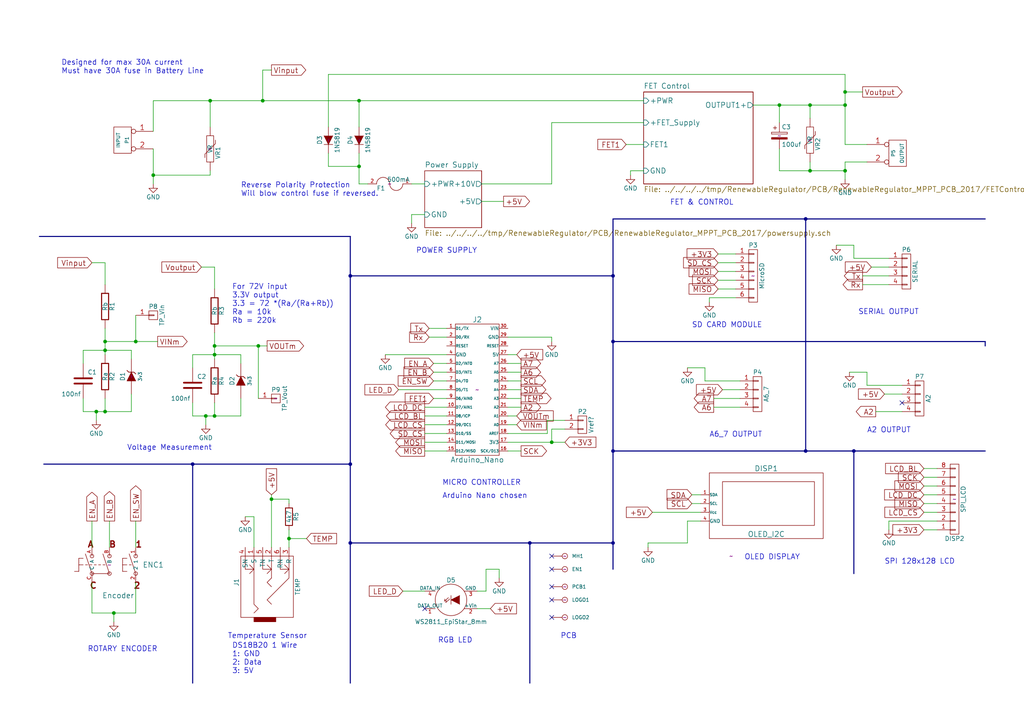
<source format=kicad_sch>
(kicad_sch (version 20230121) (generator eeschema)
  (paper "A4")
  (title_block (title "Renewable Regulator") (date "2017-04-04") (rev "1") (company "RE-Innovation"))
  (lib_symbols
    (symbol "RenewableRegulatorPCB_2017-rescue:Arduino_Nano_Header" (pin_names (offset 0.0254))
      (property "Reference" "J" (at 0 20.32 0))
      (property "Value" "Arduino_Nano_Header" (at 0 -20.32 0))
      (symbol "Arduino_Nano_Header_1_1"
        (pin passive line (at -8.89 17.78 0) (length 2.54) (name "D1/TX") (number "1"))
        (pin passive line (at -8.89 -5.08 0) (length 2.54) (name "D7/AIN1") (number "10"))
        (pin passive line (at -8.89 -7.62 0) (length 2.54) (name "D8/ICP") (number "11"))
        (pin passive line (at -8.89 -10.16 0) (length 2.54) (name "D9/0C1") (number "12"))
        (pin passive line (at -8.89 -12.7 0) (length 2.54) (name "D10/SS") (number "13"))
        (pin passive line (at -8.89 -15.24 0) (length 2.54) (name "D11/MOSI") (number "14"))
        (pin passive line (at -8.89 -17.78 0) (length 2.54) (name "D12/MISO") (number "15"))
        (pin passive line (at 8.89 -17.78 180) (length 2.54) (name "SCK/D13") (number "16"))
        (pin passive line (at 8.89 -15.24 180) (length 2.54) (name "3V3") (number "17"))
        (pin passive line (at 8.89 -12.7 180) (length 2.54) (name "AREF") (number "18"))
        (pin passive line (at 8.89 -10.16 180) (length 2.54) (name "A0") (number "19"))
        (pin passive line (at -8.89 15.24 0) (length 2.54) (name "D0/RX") (number "2"))
        (pin passive line (at 8.89 -7.62 180) (length 2.54) (name "A1") (number "20"))
        (pin passive line (at 8.89 -5.08 180) (length 2.54) (name "A2") (number "21"))
        (pin passive line (at 8.89 -2.54 180) (length 2.54) (name "A3") (number "22"))
        (pin passive line (at 8.89 0 180) (length 2.54) (name "A4") (number "23"))
        (pin passive line (at 8.89 2.54 180) (length 2.54) (name "A5") (number "24"))
        (pin passive line (at 8.89 5.08 180) (length 2.54) (name "A6") (number "25"))
        (pin passive line (at 8.89 7.62 180) (length 2.54) (name "A7") (number "26"))
        (pin passive line (at 8.89 10.16 180) (length 2.54) (name "5V") (number "27"))
        (pin passive line (at 8.89 12.7 180) (length 2.54) (name "RESET") (number "28"))
        (pin passive line (at 8.89 15.24 180) (length 2.54) (name "GND") (number "29"))
        (pin passive line (at -8.89 12.7 0) (length 2.54) (name "RESET") (number "3"))
        (pin passive line (at 8.89 17.78 180) (length 2.54) (name "VIN") (number "30"))
        (pin passive line (at -8.89 10.16 0) (length 2.54) (name "GND") (number "4"))
        (pin passive line (at -8.89 7.62 0) (length 2.54) (name "D2/INT0") (number "5"))
        (pin passive line (at -8.89 5.08 0) (length 2.54) (name "D3/INT1") (number "6"))
        (pin passive line (at -8.89 2.54 0) (length 2.54) (name "D4/T0") (number "7"))
        (pin passive line (at -8.89 0 0) (length 2.54) (name "D5/T1") (number "8"))
        (pin passive line (at -8.89 -2.54 0) (length 2.54) (name "D6/AIN0") (number "9"))
      )
    )
    (symbol "RenewableRegulatorPCB_2017-rescue:C-RESCUE-RenewableRegulatorPCB_2017" (pin_numbers hide) (pin_names (offset 0.254))
      (property "Reference" "C" (at 1.27 2.54 0))
      (property "Value" "C-RESCUE-RenewableRegulatorPCB_2017" (at 1.27 -2.54 0))
      (symbol "C-RESCUE-RenewableRegulatorPCB_2017_1_1"
        (pin passive line (at 0 5.08 270) (length 4.318) (name "~") (number "1"))
        (pin passive line (at 0 -5.08 90) (length 4.318) (name "~") (number "2"))
      )
    )
    (symbol "RenewableRegulatorPCB_2017-rescue:CONN_01X01" (pin_names (offset 1.016) hide)
      (property "Reference" "P" (at 0 2.54 0))
      (property "Value" "CONN_01X01" (at 2.54 0 90))
      (symbol "CONN_01X01_1_1"
        (pin passive line (at -5.08 0 0) (length 3.81) (name "P1") (number "1"))
      )
    )
    (symbol "RenewableRegulatorPCB_2017-rescue:CONN_01X02" (pin_names (offset 1.016) hide)
      (property "Reference" "P" (at 0 3.81 0))
      (property "Value" "CONN_01X02" (at 2.54 0 90))
      (symbol "CONN_01X02_1_1"
        (pin passive line (at -5.08 1.27 0) (length 3.81) (name "P1") (number "1"))
        (pin passive line (at -5.08 -1.27 0) (length 3.81) (name "P2") (number "2"))
      )
    )
    (symbol "RenewableRegulatorPCB_2017-rescue:CONN_01X04" (pin_names (offset 1.016) hide)
      (property "Reference" "P" (at 0 6.35 0))
      (property "Value" "CONN_01X04" (at 2.54 0 90))
      (symbol "CONN_01X04_1_1"
        (pin passive line (at -5.08 3.81 0) (length 3.81) (name "P1") (number "1"))
        (pin passive line (at -5.08 1.27 0) (length 3.81) (name "P2") (number "2"))
        (pin passive line (at -5.08 -1.27 0) (length 3.81) (name "P3") (number "3"))
        (pin passive line (at -5.08 -3.81 0) (length 3.81) (name "P4") (number "4"))
      )
    )
    (symbol "RenewableRegulatorPCB_2017-rescue:CONN_01X06" (pin_names (offset 1.016) hide)
      (property "Reference" "P" (at 0 8.89 0))
      (property "Value" "CONN_01X06" (at 2.54 0 90))
      (symbol "CONN_01X06_1_1"
        (pin passive line (at -5.08 6.35 0) (length 3.81) (name "P1") (number "1"))
        (pin passive line (at -5.08 3.81 0) (length 3.81) (name "P2") (number "2"))
        (pin passive line (at -5.08 1.27 0) (length 3.81) (name "P3") (number "3"))
        (pin passive line (at -5.08 -1.27 0) (length 3.81) (name "P4") (number "4"))
        (pin passive line (at -5.08 -3.81 0) (length 3.81) (name "P5") (number "5"))
        (pin passive line (at -5.08 -6.35 0) (length 3.81) (name "P6") (number "6"))
      )
    )
    (symbol "RenewableRegulatorPCB_2017-rescue:CONN_01X08" (pin_names (offset 1.016) hide)
      (property "Reference" "P" (at 0 11.43 0))
      (property "Value" "CONN_01X08" (at 2.54 0 90))
      (symbol "CONN_01X08_1_1"
        (pin passive line (at -5.08 8.89 0) (length 3.81) (name "P1") (number "1"))
        (pin passive line (at -5.08 6.35 0) (length 3.81) (name "P2") (number "2"))
        (pin passive line (at -5.08 3.81 0) (length 3.81) (name "P3") (number "3"))
        (pin passive line (at -5.08 1.27 0) (length 3.81) (name "P4") (number "4"))
        (pin passive line (at -5.08 -1.27 0) (length 3.81) (name "P5") (number "5"))
        (pin passive line (at -5.08 -3.81 0) (length 3.81) (name "P6") (number "6"))
        (pin passive line (at -5.08 -6.35 0) (length 3.81) (name "P7") (number "7"))
        (pin passive line (at -5.08 -8.89 0) (length 3.81) (name "P8") (number "8"))
      )
    )
    (symbol "RenewableRegulatorPCB_2017-rescue:CONN_2-RESCUE-RenewableRegulatorPCB_2017" (pin_names (offset 1.016) hide)
      (property "Reference" "P" (at -1.27 0 90))
      (property "Value" "CONN_2-RESCUE-RenewableRegulatorPCB_2017" (at 1.27 0 90))
      (symbol "CONN_2-RESCUE-RenewableRegulatorPCB_2017_1_1"
        (pin passive inverted (at -8.89 2.54 0) (length 6.35) (name "1") (number "1"))
        (pin passive inverted (at -8.89 -2.54 0) (length 6.35) (name "2") (number "2"))
      )
    )
    (symbol "RenewableRegulatorPCB_2017-rescue:CP" (pin_numbers hide) (pin_names (offset 0.254))
      (property "Reference" "C" (at 0.635 2.54 0))
      (property "Value" "CP" (at 0.635 -2.54 0))
      (symbol "CP_1_1"
        (pin passive line (at 0 3.81 270) (length 2.794) (name "~") (number "1"))
        (pin passive line (at 0 -3.81 90) (length 2.794) (name "~") (number "2"))
      )
    )
    (symbol "RenewableRegulatorPCB_2017-rescue:D" (pin_numbers hide) (pin_names (offset 1.016) hide)
      (property "Reference" "D" (at 0 2.54 0))
      (property "Value" "D" (at 0 -2.54 0))
      (symbol "D_1_1"
        (pin passive line (at -3.81 0 0) (length 2.54) (name "K") (number "1"))
        (pin passive line (at 3.81 0 180) (length 2.54) (name "A") (number "2"))
      )
    )
    (symbol "RenewableRegulatorPCB_2017-rescue:Encoder_1" (pin_names (offset 1.016))
      (property "Reference" "ENC" (at 0 8.89 0))
      (property "Value" "Encoder_1" (at 2.54 -8.89 0))
      (symbol "Encoder_1_1_0"
        (text "1" (at 8.509 5.969 0) (effects (font (size 1.778 1.778) bold)))
        (text "2" (at 8.001 -5.969 0) (effects (font (size 1.778 1.778) bold)))
        (text "A" (at -5.461 5.969 0) (effects (font (size 1.778 1.778) bold)))
        (text "B" (at 0.889 5.969 0) (effects (font (size 1.778 1.778) bold)))
        (text "C" (at -4.699 -5.969 0) (effects (font (size 1.778 1.778) bold)))
      )
      (symbol "Encoder_1_1_1"
        (pin passive line (at 7.62 5.08 270) (length 2.54) (name "1") (number "1"))
        (pin passive line (at 7.62 -5.08 90) (length 2.54) (name "2") (number "2"))
        (pin passive line (at -5.08 5.08 270) (length 2.54) (name "A") (number "A"))
        (pin passive line (at 0 5.08 270) (length 2.54) (name "B") (number "B"))
        (pin passive line (at -5.08 -5.08 90) (length 2.54) (name "C") (number "C"))
      )
    )
    (symbol "RenewableRegulatorPCB_2017-rescue:FUSE" (pin_names (offset 0.254))
      (property "Reference" "F" (at 2.54 1.27 0))
      (property "Value" "FUSE" (at -2.54 -1.27 0))
      (symbol "FUSE_1_1"
        (pin input line (at -6.35 0 0) (length 2.54) (name "~") (number "1"))
        (pin input line (at 6.35 0 180) (length 2.54) (name "~") (number "2"))
      )
    )
    (symbol "RenewableRegulatorPCB_2017-rescue:GND" (power) (pin_names (offset 0))
      (property "Value" "GND" (at 0 -3.81 0))
      (symbol "GND_1_1"
        (pin power_in line (at 0 0 270) (length 0) hide (name "GND") (number "1"))
      )
    )
    (symbol "RenewableRegulatorPCB_2017-rescue:JACK_TRS_6PINS" (pin_names (offset 0.762))
      (property "Reference" "J" (at 0 10.16 0))
      (property "Value" "JACK_TRS_6PINS" (at -1.27 -7.62 0))
      (symbol "JACK_TRS_6PINS_1_1"
        (pin passive line (at 10.16 5.08 180) (length 2.54) (name "S") (number "1"))
        (pin passive line (at 10.16 0 180) (length 2.54) (name "T") (number "2"))
        (pin passive line (at 10.16 -5.08 180) (length 2.54) (name "R") (number "3"))
        (pin passive line (at 10.16 7.62 180) (length 2.54) (name "SN") (number "4"))
        (pin passive line (at 10.16 2.54 180) (length 2.54) (name "TN") (number "5"))
        (pin passive line (at 10.16 -2.54 180) (length 2.54) (name "RN") (number "6"))
      )
    )
    (symbol "RenewableRegulatorPCB_2017-rescue:OLED_I2C" (pin_names (offset 0.0254))
      (property "Reference" "DISP" (at 10.16 25.4 0))
      (property "Value" "OLED_I2C" (at 10.16 6.35 0))
      (symbol "OLED_I2C_1_1"
        (pin passive line (at -8.89 17.78 0) (length 2.54) (name "SDA") (number "1"))
        (pin passive line (at -8.89 15.24 0) (length 2.54) (name "SCL") (number "2"))
        (pin passive line (at -8.89 12.7 0) (length 2.54) (name "Vcc") (number "3"))
        (pin passive line (at -8.89 10.16 0) (length 2.54) (name "GND") (number "4"))
      )
    )
    (symbol "RenewableRegulatorPCB_2017-rescue:R" (pin_numbers hide) (pin_names (offset 0))
      (property "Reference" "R" (at 2.032 0 90))
      (property "Value" "R" (at 0 0 90))
      (symbol "R_1_1"
        (pin passive line (at 0 3.81 270) (length 1.27) (name "~") (number "1"))
        (pin passive line (at 0 -3.81 90) (length 1.27) (name "~") (number "2"))
      )
    )
    (symbol "RenewableRegulatorPCB_2017-rescue:R-RESCUE-RenewableRegulatorPCB_2017" (pin_numbers hide) (pin_names (offset 0))
      (property "Reference" "R" (at 2.032 0 90))
      (property "Value" "R-RESCUE-RenewableRegulatorPCB_2017" (at 0 0 90))
      (symbol "R-RESCUE-RenewableRegulatorPCB_2017_1_1"
        (pin passive line (at 0 6.35 270) (length 2.54) (name "~") (number "1"))
        (pin passive line (at 0 -6.35 90) (length 2.54) (name "~") (number "2"))
      )
    )
    (symbol "RenewableRegulatorPCB_2017-rescue:WS2811_EpiStar_8mm" (pin_names (offset 0))
      (property "Reference" "D" (at 0 5.715 0))
      (property "Value" "WS2811_EpiStar_8mm" (at 0 -6.35 0))
      (symbol "WS2811_EpiStar_8mm_1_1"
        (pin output line (at -7.62 -2.54 0) (length 3.048) (name "DATA_OUT") (number "1"))
        (pin input line (at 7.62 -2.54 180) (length 3.81) (name "+Vin") (number "2"))
        (pin input line (at 7.62 2.54 180) (length 3.81) (name "GND") (number "3"))
        (pin input line (at -7.62 2.54 0) (length 3.048) (name "DATA_IN") (number "4"))
      )
    )
    (symbol "RenewableRegulatorPCB_2017-rescue:ZENER-RESCUE-RenewableRegulatorPCB_2017" (pin_numbers hide) (pin_names (offset 1.016) hide)
      (property "Reference" "D" (at 0 2.54 0))
      (property "Value" "ZENER-RESCUE-RenewableRegulatorPCB_2017" (at 0 -2.54 0))
      (symbol "ZENER-RESCUE-RenewableRegulatorPCB_2017_1_1"
        (pin passive line (at -5.08 0 0) (length 3.81) (name "A") (number "1"))
        (pin passive line (at 5.08 0 180) (length 3.81) (name "K") (number "2"))
      )
    )
    (symbol "RenewableRegulatorPCB_2017:CONN_1" (pin_numbers hide) (pin_names (offset 0.762) hide)
      (property "Reference" "P" (at 2.032 0 0))
      (symbol "CONN_1_1_1"
        (pin passive line (at -3.81 0 0) (length 2.54) (name "1") (number "1"))
      )
    )
    (symbol "RenewableRegulatorPCB_2017:VR" (pin_numbers hide) (pin_names (offset 0))
      (property "Reference" "VR" (at 2.032 0 90))
      (property "Value" "VR" (at 0 0 90))
      (symbol "VR_1_1"
        (pin passive line (at 0 6.35 270) (length 2.54) (name "~") (number "1"))
        (pin passive line (at 0 -6.35 90) (length 2.54) (name "~") (number "2"))
      )
    )
  )
  (junction (at 60.96 29.21))
  (junction (at 27.94 119.38))
  (junction (at 245.11 26.67))
  (junction (at 177.8 99.06))
  (junction (at 55.88 134.62))
  (junction (at 62.23 100.33))
  (junction (at 78.74 144.78))
  (junction (at 83.82 156.21))
  (junction (at 245.11 49.53))
  (junction (at 62.23 102.87))
  (junction (at 233.68 63.5))
  (junction (at 74.93 100.33))
  (junction (at 234.95 49.53))
  (junction (at 101.6 134.62))
  (junction (at 30.48 101.6))
  (junction (at 59.69 120.65))
  (junction (at 101.6 80.01))
  (junction (at 160.02 128.27))
  (junction (at 104.14 48.26))
  (junction (at 30.48 99.06))
  (junction (at 245.11 30.48))
  (junction (at 76.2 29.21))
  (junction (at 39.37 99.06))
  (junction (at 177.8 157.48))
  (junction (at 247.65 130.81))
  (junction (at 30.48 119.38))
  (junction (at 226.06 30.48))
  (junction (at 153.67 157.48))
  (junction (at 234.95 30.48))
  (junction (at 233.68 130.81))
  (junction (at 177.8 130.81))
  (junction (at 104.14 29.21))
  (junction (at 62.23 120.65))
  (junction (at 101.6 157.48))
  (junction (at 33.02 177.8))
  (junction (at 177.8 80.01))
  (junction (at 44.45 50.8))
  (no_connect (at 160.02 170.18))
  (no_connect (at 160.02 161.29))
  (no_connect (at 160.02 165.1))
  (no_connect (at 123.19 176.53))
  (no_connect (at 160.02 179.07))
  (no_connect (at 160.02 173.99))
  (no_connect (at 261.62 116.84))
  (wire (pts (xy 104.14 48.26) (xy 104.14 53.34)))
  (wire (pts (xy 30.48 119.38) (xy 38.1 119.38)))
  (bus (pts (xy 177.8 130.81) (xy 177.8 157.48)))
  (wire (pts (xy 95.25 44.45) (xy 95.25 48.26)))
  (wire (pts (xy 204.47 106.68) (xy 199.39 106.68)))
  (wire (pts (xy 62.23 100.33) (xy 62.23 102.87)))
  (wire (pts (xy 104.14 29.21) (xy 186.69 29.21)))
  (wire (pts (xy 83.82 156.21) (xy 83.82 153.67)))
  (wire (pts (xy 226.06 43.18) (xy 226.06 49.53)))
  (wire (pts (xy 208.28 73.66) (xy 213.36 73.66)))
  (wire (pts (xy 140.97 165.1) (xy 144.78 165.1)))
  (wire (pts (xy 245.11 26.67) (xy 245.11 30.48)))
  (wire (pts (xy 125.73 115.57) (xy 129.54 115.57)))
  (wire (pts (xy 83.82 144.78) (xy 78.74 144.78)))
  (bus (pts (xy 233.68 63.5) (xy 285.75 63.5)))
  (bus (pts (xy 233.68 130.81) (xy 233.68 63.5)))
  (bus (pts (xy 177.8 99.06) (xy 285.75 99.06)))
  (wire (pts (xy 267.97 146.05) (xy 271.78 146.05)))
  (wire (pts (xy 257.81 82.55) (xy 250.19 82.55)))
  (bus (pts (xy 101.6 80.01) (xy 101.6 134.62)))
  (wire (pts (xy 30.48 99.06) (xy 30.48 101.6)))
  (wire (pts (xy 267.97 140.97) (xy 271.78 140.97)))
  (wire (pts (xy 26.67 168.91) (xy 26.67 177.8)))
  (wire (pts (xy 60.96 29.21) (xy 76.2 29.21)))
  (wire (pts (xy 62.23 102.87) (xy 69.85 102.87)))
  (bus (pts (xy 101.6 157.48) (xy 153.67 157.48)))
  (wire (pts (xy 257.81 74.93) (xy 247.65 74.93)))
  (wire (pts (xy 261.62 111.76) (xy 251.46 111.76)))
  (wire (pts (xy 140.97 171.45) (xy 140.97 165.1)))
  (wire (pts (xy 39.37 91.44) (xy 39.37 99.06)))
  (bus (pts (xy 177.8 157.48) (xy 177.8 165.1)))
  (wire (pts (xy 59.69 120.65) (xy 62.23 120.65)))
  (wire (pts (xy 55.88 102.87) (xy 62.23 102.87)))
  (wire (pts (xy 124.46 97.79) (xy 129.54 97.79)))
  (wire (pts (xy 123.19 125.73) (xy 129.54 125.73)))
  (wire (pts (xy 125.73 105.41) (xy 129.54 105.41)))
  (wire (pts (xy 60.96 50.8) (xy 60.96 49.53)))
  (wire (pts (xy 78.74 144.78) (xy 78.74 158.75)))
  (bus (pts (xy 177.8 63.5) (xy 233.68 63.5)))
  (wire (pts (xy 138.43 176.53) (xy 142.24 176.53)))
  (wire (pts (xy 44.45 50.8) (xy 44.45 53.34)))
  (wire (pts (xy 200.66 146.05) (xy 203.2 146.05)))
  (wire (pts (xy 26.67 76.2) (xy 30.48 76.2)))
  (wire (pts (xy 27.94 121.92) (xy 27.94 119.38)))
  (wire (pts (xy 116.84 171.45) (xy 123.19 171.45)))
  (wire (pts (xy 271.78 153.67) (xy 267.97 153.67)))
  (wire (pts (xy 181.61 41.91) (xy 186.69 41.91)))
  (wire (pts (xy 158.75 121.92) (xy 163.83 121.92)))
  (wire (pts (xy 209.55 113.03) (xy 214.63 113.03)))
  (wire (pts (xy 123.19 62.23) (xy 119.38 62.23)))
  (wire (pts (xy 257.81 151.13) (xy 257.81 153.67)))
  (wire (pts (xy 245.11 49.53) (xy 245.11 46.99)))
  (wire (pts (xy 24.13 119.38) (xy 24.13 115.57)))
  (wire (pts (xy 104.14 44.45) (xy 104.14 48.26)))
  (wire (pts (xy 200.66 143.51) (xy 203.2 143.51)))
  (wire (pts (xy 62.23 96.52) (xy 62.23 100.33)))
  (bus (pts (xy 177.8 63.5) (xy 177.8 80.01)))
  (wire (pts (xy 182.88 49.53) (xy 182.88 50.8)))
  (wire (pts (xy 58.42 77.47) (xy 62.23 77.47)))
  (bus (pts (xy 55.88 134.62) (xy 55.88 198.12)))
  (wire (pts (xy 158.75 125.73) (xy 158.75 121.92)))
  (wire (pts (xy 147.32 107.95) (xy 151.13 107.95)))
  (wire (pts (xy 149.86 120.65) (xy 147.32 120.65)))
  (wire (pts (xy 189.23 148.59) (xy 203.2 148.59)))
  (wire (pts (xy 60.96 50.8) (xy 44.45 50.8)))
  (wire (pts (xy 208.28 81.28) (xy 213.36 81.28)))
  (wire (pts (xy 62.23 100.33) (xy 74.93 100.33)))
  (wire (pts (xy 26.67 158.75) (xy 26.67 151.13)))
  (wire (pts (xy 76.2 29.21) (xy 104.14 29.21)))
  (wire (pts (xy 123.19 128.27) (xy 129.54 128.27)))
  (wire (pts (xy 252.73 77.47) (xy 257.81 77.47)))
  (bus (pts (xy 55.88 134.62) (xy 101.6 134.62)))
  (bus (pts (xy 101.6 134.62) (xy 101.6 157.48)))
  (wire (pts (xy 139.7 58.42) (xy 146.05 58.42)))
  (wire (pts (xy 187.96 157.48) (xy 199.39 157.48)))
  (wire (pts (xy 207.01 115.57) (xy 214.63 115.57)))
  (wire (pts (xy 73.66 149.86) (xy 73.66 158.75)))
  (wire (pts (xy 144.78 165.1) (xy 144.78 167.64)))
  (wire (pts (xy 147.32 102.87) (xy 149.86 102.87)))
  (wire (pts (xy 74.93 115.57) (xy 74.93 100.33)))
  (wire (pts (xy 160.02 128.27) (xy 147.32 128.27)))
  (wire (pts (xy 30.48 99.06) (xy 39.37 99.06)))
  (wire (pts (xy 26.67 177.8) (xy 33.02 177.8)))
  (bus (pts (xy 153.67 157.48) (xy 153.67 198.12)))
  (wire (pts (xy 199.39 157.48) (xy 199.39 151.13)))
  (bus (pts (xy 247.65 130.81) (xy 285.75 130.81)))
  (bus (pts (xy 12.7 134.62) (xy 55.88 134.62)))
  (wire (pts (xy 160.02 124.46) (xy 160.02 128.27)))
  (wire (pts (xy 38.1 119.38) (xy 38.1 114.3)))
  (wire (pts (xy 267.97 148.59) (xy 271.78 148.59)))
  (wire (pts (xy 78.74 143.51) (xy 78.74 144.78)))
  (wire (pts (xy 160.02 97.79) (xy 160.02 99.06)))
  (wire (pts (xy 245.11 41.91) (xy 251.46 41.91)))
  (wire (pts (xy 214.63 118.11) (xy 207.01 118.11)))
  (wire (pts (xy 95.25 36.83) (xy 95.25 21.59)))
  (wire (pts (xy 187.96 158.75) (xy 187.96 157.48)))
  (wire (pts (xy 104.14 53.34) (xy 106.68 53.34)))
  (wire (pts (xy 234.95 34.29) (xy 234.95 30.48)))
  (wire (pts (xy 39.37 177.8) (xy 39.37 168.91)))
  (wire (pts (xy 123.19 130.81) (xy 129.54 130.81)))
  (wire (pts (xy 129.54 118.11) (xy 123.19 118.11)))
  (wire (pts (xy 76.2 20.32) (xy 76.2 29.21)))
  (wire (pts (xy 83.82 156.21) (xy 88.9 156.21)))
  (wire (pts (xy 104.14 36.83) (xy 104.14 29.21)))
  (wire (pts (xy 138.43 171.45) (xy 140.97 171.45)))
  (wire (pts (xy 226.06 49.53) (xy 234.95 49.53)))
  (wire (pts (xy 234.95 30.48) (xy 245.11 30.48)))
  (wire (pts (xy 33.02 177.8) (xy 39.37 177.8)))
  (bus (pts (xy 177.8 80.01) (xy 177.8 99.06)))
  (wire (pts (xy 95.25 48.26) (xy 104.14 48.26)))
  (wire (pts (xy 30.48 119.38) (xy 30.48 115.57)))
  (wire (pts (xy 267.97 138.43) (xy 271.78 138.43)))
  (wire (pts (xy 83.82 158.75) (xy 83.82 156.21)))
  (wire (pts (xy 251.46 111.76) (xy 251.46 107.95)))
  (wire (pts (xy 147.32 110.49) (xy 151.13 110.49)))
  (wire (pts (xy 71.12 149.86) (xy 73.66 149.86)))
  (wire (pts (xy 30.48 76.2) (xy 30.48 82.55)))
  (wire (pts (xy 30.48 101.6) (xy 38.1 101.6)))
  (wire (pts (xy 60.96 36.83) (xy 60.96 29.21)))
  (wire (pts (xy 62.23 77.47) (xy 62.23 83.82)))
  (wire (pts (xy 74.93 100.33) (xy 77.47 100.33)))
  (wire (pts (xy 55.88 120.65) (xy 59.69 120.65)))
  (wire (pts (xy 55.88 120.65) (xy 55.88 116.84)))
  (wire (pts (xy 24.13 119.38) (xy 27.94 119.38)))
  (wire (pts (xy 147.32 118.11) (xy 151.13 118.11)))
  (wire (pts (xy 38.1 101.6) (xy 38.1 104.14)))
  (wire (pts (xy 59.69 123.19) (xy 59.69 120.65)))
  (bus (pts (xy 153.67 157.48) (xy 177.8 157.48)))
  (wire (pts (xy 247.65 74.93) (xy 247.65 71.12)))
  (wire (pts (xy 261.62 119.38) (xy 254 119.38)))
  (wire (pts (xy 44.45 38.1) (xy 44.45 29.21)))
  (wire (pts (xy 213.36 86.36) (xy 205.74 86.36)))
  (wire (pts (xy 39.37 99.06) (xy 45.72 99.06)))
  (wire (pts (xy 123.19 123.19) (xy 129.54 123.19)))
  (wire (pts (xy 62.23 102.87) (xy 62.23 104.14)))
  (wire (pts (xy 163.83 124.46) (xy 160.02 124.46)))
  (wire (pts (xy 30.48 101.6) (xy 30.48 102.87)))
  (wire (pts (xy 115.57 113.03) (xy 129.54 113.03)))
  (wire (pts (xy 147.32 115.57) (xy 151.13 115.57)))
  (wire (pts (xy 245.11 52.07) (xy 245.11 49.53)))
  (wire (pts (xy 186.69 49.53) (xy 182.88 49.53)))
  (wire (pts (xy 214.63 110.49) (xy 204.47 110.49)))
  (wire (pts (xy 271.78 151.13) (xy 257.81 151.13)))
  (wire (pts (xy 245.11 21.59) (xy 245.11 26.67)))
  (wire (pts (xy 250.19 26.67) (xy 245.11 26.67)))
  (wire (pts (xy 62.23 120.65) (xy 62.23 116.84)))
  (wire (pts (xy 62.23 120.65) (xy 69.85 120.65)))
  (wire (pts (xy 24.13 105.41) (xy 24.13 101.6)))
  (wire (pts (xy 147.32 125.73) (xy 158.75 125.73)))
  (wire (pts (xy 55.88 106.68) (xy 55.88 102.87)))
  (wire (pts (xy 125.73 107.95) (xy 129.54 107.95)))
  (wire (pts (xy 250.19 80.01) (xy 257.81 80.01)))
  (wire (pts (xy 160.02 35.56) (xy 186.69 35.56)))
  (wire (pts (xy 199.39 151.13) (xy 203.2 151.13)))
  (wire (pts (xy 119.38 53.34) (xy 123.19 53.34)))
  (wire (pts (xy 234.95 46.99) (xy 234.95 49.53)))
  (wire (pts (xy 256.54 114.3) (xy 261.62 114.3)))
  (wire (pts (xy 245.11 46.99) (xy 251.46 46.99)))
  (bus (pts (xy 247.65 166.37) (xy 247.65 130.81)))
  (wire (pts (xy 147.32 113.03) (xy 151.13 113.03)))
  (wire (pts (xy 147.32 123.19) (xy 149.86 123.19)))
  (wire (pts (xy 147.32 105.41) (xy 151.13 105.41)))
  (wire (pts (xy 208.28 83.82) (xy 213.36 83.82)))
  (wire (pts (xy 129.54 120.65) (xy 123.19 120.65)))
  (wire (pts (xy 139.7 53.34) (xy 160.02 53.34)))
  (wire (pts (xy 208.28 78.74) (xy 213.36 78.74)))
  (wire (pts (xy 267.97 135.89) (xy 271.78 135.89)))
  (wire (pts (xy 267.97 143.51) (xy 271.78 143.51)))
  (bus (pts (xy 101.6 157.48) (xy 101.6 198.12)))
  (wire (pts (xy 124.46 95.25) (xy 129.54 95.25)))
  (bus (pts (xy 101.6 68.58) (xy 101.6 80.01)))
  (wire (pts (xy 30.48 95.25) (xy 30.48 99.06)))
  (wire (pts (xy 205.74 86.36) (xy 205.74 87.63)))
  (bus (pts (xy 177.8 99.06) (xy 177.8 130.81)))
  (wire (pts (xy 234.95 49.53) (xy 245.11 49.53)))
  (wire (pts (xy 44.45 43.18) (xy 44.45 50.8)))
  (wire (pts (xy 247.65 71.12) (xy 242.57 71.12)))
  (wire (pts (xy 31.75 158.75) (xy 31.75 151.13)))
  (wire (pts (xy 147.32 97.79) (xy 160.02 97.79)))
  (wire (pts (xy 245.11 30.48) (xy 245.11 41.91)))
  (wire (pts (xy 251.46 107.95) (xy 246.38 107.95)))
  (wire (pts (xy 125.73 110.49) (xy 129.54 110.49)))
  (wire (pts (xy 218.44 30.48) (xy 226.06 30.48)))
  (bus (pts (xy 285.75 99.06) (xy 285.75 100.33)))
  (wire (pts (xy 39.37 158.75) (xy 39.37 151.13)))
  (wire (pts (xy 69.85 102.87) (xy 69.85 105.41)))
  (wire (pts (xy 163.83 128.27) (xy 160.02 128.27)))
  (wire (pts (xy 208.28 76.2) (xy 213.36 76.2)))
  (bus (pts (xy 177.8 130.81) (xy 233.68 130.81)))
  (wire (pts (xy 24.13 101.6) (xy 30.48 101.6)))
  (wire (pts (xy 83.82 146.05) (xy 83.82 144.78)))
  (wire (pts (xy 204.47 110.49) (xy 204.47 106.68)))
  (wire (pts (xy 33.02 180.34) (xy 33.02 177.8)))
  (wire (pts (xy 95.25 21.59) (xy 245.11 21.59)))
  (bus (pts (xy 177.8 80.01) (xy 101.6 80.01)))
  (wire (pts (xy 119.38 62.23) (xy 119.38 64.77)))
  (wire (pts (xy 27.94 119.38) (xy 30.48 119.38)))
  (bus (pts (xy 11.43 68.58) (xy 101.6 68.58)))
  (wire (pts (xy 78.74 20.32) (xy 76.2 20.32)))
  (wire (pts (xy 226.06 35.56) (xy 226.06 30.48)))
  (wire (pts (xy 69.85 120.65) (xy 69.85 115.57)))
  (bus (pts (xy 233.68 130.81) (xy 247.65 130.81)))
  (wire (pts (xy 129.54 102.87) (xy 111.76 102.87)))
  (wire (pts (xy 147.32 130.81) (xy 151.13 130.81)))
  (wire (pts (xy 226.06 30.48) (xy 234.95 30.48)))
  (wire (pts (xy 44.45 29.21) (xy 60.96 29.21)))
  (wire (pts (xy 160.02 53.34) (xy 160.02 35.56)))
  (text "For 72V input\n3.3V output\n3.3 = 72 *(Ra/(Ra+Rb))\nRa = 10k\nRb = 220k" (at 67.31 93.98 0) (effects (font (size 1.524 1.524)) (justify left bottom)))
  (text "SD CARD MODULE" (at 200.66 95.25 0) (effects (font (size 1.524 1.524)) (justify left bottom)))
  (text "SERIAL OUTPUT" (at 248.92 91.44 0) (effects (font (size 1.524 1.524)) (justify left bottom)))
  (text "RGB LED" (at 127 186.69 0) (effects (font (size 1.524 1.524)) (justify left bottom)))
  (text "SPI 128x128 LCD" (at 256.54 163.83 0) (effects (font (size 1.524 1.524)) (justify left bottom)))
  (text "Voltage Measurement" (at 36.83 130.81 0) (effects (font (size 1.524 1.524)) (justify left bottom)))
  (text "DS18B20 1 Wire\n1: GND\n2: Data\n3: 5V" (at 67.31 195.58 0) (effects (font (size 1.524 1.524)) (justify left bottom)))
  (text "MICRO CONTROLLER" (at 128.27 140.97 0) (effects (font (size 1.524 1.524)) (justify left bottom)))
  (text "POWER SUPPLY" (at 120.65 73.66 0) (effects (font (size 1.524 1.524)) (justify left bottom)))
  (text "ROTARY ENCODER" (at 25.4 189.23 0) (effects (font (size 1.524 1.524)) (justify left bottom)))
  (text "Designed for max 30A current\nMust have 30A fuse in Battery Line" (at 17.78 21.59 0) (effects (font (size 1.524 1.524)) (justify left bottom)))
  (text "A6_7 OUTPUT" (at 205.74 127 0) (effects (font (size 1.524 1.524)) (justify left bottom)))
  (text "Arduino Nano chosen" (at 128.27 144.78 0) (effects (font (size 1.524 1.524)) (justify left bottom)))
  (text "A2 OUTPUT" (at 251.46 125.73 0) (effects (font (size 1.524 1.524)) (justify left bottom)))
  (text "OLED DISPLAY" (at 215.9 162.56 0) (effects (font (size 1.524 1.524)) (justify left bottom)))
  (text "FET & CONTROL" (at 194.31 59.69 0) (effects (font (size 1.524 1.524)) (justify left bottom)))
  (text "Temperature Sensor" (at 66.04 185.42 0) (effects (font (size 1.524 1.524)) (justify left bottom)))
  (text "Reverse Polarity Protection\nWill blow control fuse if reversed." (at 69.85 57.15 0) (effects (font (size 1.524 1.524)) (justify left bottom)))
  (text "PCB" (at 162.56 185.42 0) (effects (font (size 1.524 1.524)) (justify left bottom)))
  (global_label "Vinput" (shape output) (at 78.74 20.32 0) (effects (font (size 1.524 1.524))) (property "Intersheetrefs" "${INTERSHEET_REFS}" (effects hide)))
  (global_label "SCK" (shape input) (at 267.97 138.43 180) (effects (font (size 1.524 1.524))) (property "Intersheetrefs" "${INTERSHEET_REFS}" (effects hide)))
  (global_label "LCD_BL" (shape output) (at 123.19 120.65 180) (effects (font (size 1.524 1.524))) (property "Intersheetrefs" "${INTERSHEET_REFS}" (effects hide)))
  (global_label "MOSI" (shape input) (at 267.97 140.97 180) (effects (font (size 1.524 1.524))) (property "Intersheetrefs" "${INTERSHEET_REFS}" (effects hide)))
  (global_label "A6" (shape output) (at 151.13 107.95 0) (effects (font (size 1.524 1.524))) (property "Intersheetrefs" "${INTERSHEET_REFS}" (effects hide)))
  (global_label "LED_D" (shape input) (at 115.57 113.03 180) (effects (font (size 1.524 1.524))) (property "Intersheetrefs" "${INTERSHEET_REFS}" (effects hide)))
  (global_label "FET1" (shape input) (at 181.61 41.91 180) (effects (font (size 1.524 1.524))) (property "Intersheetrefs" "${INTERSHEET_REFS}" (effects hide)))
  (global_label "LCD_BL" (shape input) (at 267.97 135.89 180) (effects (font (size 1.524 1.524))) (property "Intersheetrefs" "${INTERSHEET_REFS}" (effects hide)))
  (global_label "SDA" (shape input) (at 200.66 143.51 180) (effects (font (size 1.524 1.524))) (property "Intersheetrefs" "${INTERSHEET_REFS}" (effects hide)))
  (global_label "SD_CS" (shape input) (at 208.28 76.2 180) (effects (font (size 1.524 1.524))) (property "Intersheetrefs" "${INTERSHEET_REFS}" (effects hide)))
  (global_label "Tx" (shape output) (at 250.19 80.01 180) (effects (font (size 1.524 1.524))) (property "Intersheetrefs" "${INTERSHEET_REFS}" (effects hide)))
  (global_label "LCD_DC" (shape output) (at 123.19 118.11 180) (effects (font (size 1.524 1.524))) (property "Intersheetrefs" "${INTERSHEET_REFS}" (effects hide)))
  (global_label "A2" (shape output) (at 254 119.38 180) (effects (font (size 1.524 1.524))) (property "Intersheetrefs" "${INTERSHEET_REFS}" (effects hide)))
  (global_label "EN_SW" (shape input) (at 125.73 110.49 180) (effects (font (size 1.524 1.524))) (property "Intersheetrefs" "${INTERSHEET_REFS}" (effects hide)))
  (global_label "EN_SW" (shape output) (at 39.37 151.13 90) (effects (font (size 1.524 1.524))) (property "Intersheetrefs" "${INTERSHEET_REFS}" (effects hide)))
  (global_label "A7" (shape output) (at 207.01 115.57 180) (effects (font (size 1.524 1.524))) (property "Intersheetrefs" "${INTERSHEET_REFS}" (effects hide)))
  (global_label "TEMP" (shape output) (at 151.13 115.57 0) (effects (font (size 1.524 1.524))) (property "Intersheetrefs" "${INTERSHEET_REFS}" (effects hide)))
  (global_label "LED_D" (shape input) (at 116.84 171.45 180) (effects (font (size 1.524 1.524))) (property "Intersheetrefs" "${INTERSHEET_REFS}" (effects hide)))
  (global_label "EN_B" (shape output) (at 31.75 151.13 90) (effects (font (size 1.524 1.524))) (property "Intersheetrefs" "${INTERSHEET_REFS}" (effects hide)))
  (global_label "Rx" (shape input) (at 124.46 97.79 180) (effects (font (size 1.524 1.524))) (property "Intersheetrefs" "${INTERSHEET_REFS}" (effects hide)))
  (global_label "MISO" (shape input) (at 267.97 146.05 180) (effects (font (size 1.524 1.524))) (property "Intersheetrefs" "${INTERSHEET_REFS}" (effects hide)))
  (global_label "A7" (shape output) (at 151.13 105.41 0) (effects (font (size 1.524 1.524))) (property "Intersheetrefs" "${INTERSHEET_REFS}" (effects hide)))
  (global_label "+5V" (shape input) (at 78.74 143.51 90) (effects (font (size 1.524 1.524))) (property "Intersheetrefs" "${INTERSHEET_REFS}" (effects hide)))
  (global_label "A6" (shape output) (at 207.01 118.11 180) (effects (font (size 1.524 1.524))) (property "Intersheetrefs" "${INTERSHEET_REFS}" (effects hide)))
  (global_label "+5V" (shape input) (at 189.23 148.59 180) (effects (font (size 1.524 1.524))) (property "Intersheetrefs" "${INTERSHEET_REFS}" (effects hide)))
  (global_label "VINm" (shape output) (at 45.72 99.06 0) (effects (font (size 1.524 1.524))) (property "Intersheetrefs" "${INTERSHEET_REFS}" (effects hide)))
  (global_label "Voutput" (shape input) (at 58.42 77.47 180) (effects (font (size 1.524 1.524))) (property "Intersheetrefs" "${INTERSHEET_REFS}" (effects hide)))
  (global_label "TEMP" (shape input) (at 88.9 156.21 0) (effects (font (size 1.524 1.524))) (property "Intersheetrefs" "${INTERSHEET_REFS}" (effects hide)))
  (global_label "Tx" (shape input) (at 124.46 95.25 180) (effects (font (size 1.524 1.524))) (property "Intersheetrefs" "${INTERSHEET_REFS}" (effects hide)))
  (global_label "+3V3" (shape input) (at 208.28 73.66 180) (effects (font (size 1.524 1.524))) (property "Intersheetrefs" "${INTERSHEET_REFS}" (effects hide)))
  (global_label "Voutput" (shape output) (at 250.19 26.67 0) (effects (font (size 1.524 1.524))) (property "Intersheetrefs" "${INTERSHEET_REFS}" (effects hide)))
  (global_label "EN_B" (shape input) (at 125.73 107.95 180) (effects (font (size 1.524 1.524))) (property "Intersheetrefs" "${INTERSHEET_REFS}" (effects hide)))
  (global_label "SCL" (shape output) (at 151.13 110.49 0) (effects (font (size 1.524 1.524))) (property "Intersheetrefs" "${INTERSHEET_REFS}" (effects hide)))
  (global_label "VOUTm" (shape output) (at 77.47 100.33 0) (effects (font (size 1.524 1.524))) (property "Intersheetrefs" "${INTERSHEET_REFS}" (effects hide)))
  (global_label "+5V" (shape input) (at 256.54 114.3 180) (effects (font (size 1.524 1.524))) (property "Intersheetrefs" "${INTERSHEET_REFS}" (effects hide)))
  (global_label "+3V3" (shape input) (at 267.97 153.67 180) (effects (font (size 1.524 1.524))) (property "Intersheetrefs" "${INTERSHEET_REFS}" (effects hide)))
  (global_label "EN_A" (shape output) (at 26.67 151.13 90) (effects (font (size 1.524 1.524))) (property "Intersheetrefs" "${INTERSHEET_REFS}" (effects hide)))
  (global_label "VINm" (shape input) (at 149.86 123.19 0) (effects (font (size 1.524 1.524))) (property "Intersheetrefs" "${INTERSHEET_REFS}" (effects hide)))
  (global_label "SD_CS" (shape output) (at 123.19 125.73 180) (effects (font (size 1.524 1.524))) (property "Intersheetrefs" "${INTERSHEET_REFS}" (effects hide)))
  (global_label "VOUTm" (shape input) (at 149.86 120.65 0) (effects (font (size 1.524 1.524))) (property "Intersheetrefs" "${INTERSHEET_REFS}" (effects hide)))
  (global_label "FET1" (shape input) (at 125.73 115.57 180) (effects (font (size 1.524 1.524))) (property "Intersheetrefs" "${INTERSHEET_REFS}" (effects hide)))
  (global_label "+5V" (shape input) (at 209.55 113.03 180) (effects (font (size 1.524 1.524))) (property "Intersheetrefs" "${INTERSHEET_REFS}" (effects hide)))
  (global_label "SCK" (shape input) (at 208.28 81.28 180) (effects (font (size 1.524 1.524))) (property "Intersheetrefs" "${INTERSHEET_REFS}" (effects hide)))
  (global_label "SDA" (shape output) (at 151.13 113.03 0) (effects (font (size 1.524 1.524))) (property "Intersheetrefs" "${INTERSHEET_REFS}" (effects hide)))
  (global_label "+5V" (shape input) (at 142.24 176.53 0) (effects (font (size 1.524 1.524))) (property "Intersheetrefs" "${INTERSHEET_REFS}" (effects hide)))
  (global_label "+5V" (shape output) (at 146.05 58.42 0) (effects (font (size 1.524 1.524))) (property "Intersheetrefs" "${INTERSHEET_REFS}" (effects hide)))
  (global_label "LCD_CS" (shape output) (at 123.19 123.19 180) (effects (font (size 1.524 1.524))) (property "Intersheetrefs" "${INTERSHEET_REFS}" (effects hide)))
  (global_label "SCK" (shape output) (at 151.13 130.81 0) (effects (font (size 1.524 1.524))) (property "Intersheetrefs" "${INTERSHEET_REFS}" (effects hide)))
  (global_label "LCD_DC" (shape input) (at 267.97 143.51 180) (effects (font (size 1.524 1.524))) (property "Intersheetrefs" "${INTERSHEET_REFS}" (effects hide)))
  (global_label "LCD_CS" (shape input) (at 267.97 148.59 180) (effects (font (size 1.524 1.524))) (property "Intersheetrefs" "${INTERSHEET_REFS}" (effects hide)))
  (global_label "MOSI" (shape output) (at 123.19 128.27 180) (effects (font (size 1.524 1.524))) (property "Intersheetrefs" "${INTERSHEET_REFS}" (effects hide)))
  (global_label "Vinput" (shape input) (at 26.67 76.2 180) (effects (font (size 1.524 1.524))) (property "Intersheetrefs" "${INTERSHEET_REFS}" (effects hide)))
  (global_label "MISO" (shape input) (at 208.28 83.82 180) (effects (font (size 1.524 1.524))) (property "Intersheetrefs" "${INTERSHEET_REFS}" (effects hide)))
  (global_label "Rx" (shape output) (at 250.19 82.55 180) (effects (font (size 1.524 1.524))) (property "Intersheetrefs" "${INTERSHEET_REFS}" (effects hide)))
  (global_label "+3V3" (shape input) (at 163.83 128.27 0) (effects (font (size 1.524 1.524))) (property "Intersheetrefs" "${INTERSHEET_REFS}" (effects hide)))
  (global_label "MISO" (shape output) (at 123.19 130.81 180) (effects (font (size 1.524 1.524))) (property "Intersheetrefs" "${INTERSHEET_REFS}" (effects hide)))
  (global_label "+5V" (shape input) (at 149.86 102.87 0) (effects (font (size 1.524 1.524))) (property "Intersheetrefs" "${INTERSHEET_REFS}" (effects hide)))
  (global_label "SCL" (shape input) (at 200.66 146.05 180) (effects (font (size 1.524 1.524))) (property "Intersheetrefs" "${INTERSHEET_REFS}" (effects hide)))
  (global_label "EN_A" (shape input) (at 125.73 105.41 180) (effects (font (size 1.524 1.524))) (property "Intersheetrefs" "${INTERSHEET_REFS}" (effects hide)))
  (global_label "MOSI" (shape input) (at 208.28 78.74 180) (effects (font (size 1.524 1.524))) (property "Intersheetrefs" "${INTERSHEET_REFS}" (effects hide)))
  (global_label "+5V" (shape input) (at 252.73 77.47 180) (effects (font (size 1.524 1.524))) (property "Intersheetrefs" "${INTERSHEET_REFS}" (effects hide)))
  (global_label "A2" (shape output) (at 151.13 118.11 0) (effects (font (size 1.524 1.524))) (property "Intersheetrefs" "${INTERSHEET_REFS}" (effects hide)))
  (symbol (lib_id "RenewableRegulatorPCB_2017-rescue:CONN_2-RESCUE-RenewableRegulatorPCB_2017") (at 35.56 40.64 0) (mirror y) (unit 1)
    (property "Reference" "P1" (at 36.83 40.64 90) (effects (font (size 1.016 1.016))))
    (property "Value" "INPUT" (at 34.29 40.64 90) (effects (font (size 1.016 1.016))))
    (property "Footprint" "RenewableRegulatorPCB_2017_Library_Yoan:Connecteurs_IO_SIL-2_screw_terminal_32A" (effects hide))
  )
  (symbol (lib_id "RenewableRegulatorPCB_2017-rescue:R-RESCUE-RenewableRegulatorPCB_2017") (at 30.48 88.9 0) (unit 1)
    (property "Reference" "R1" (at 32.512 88.9 90))
    (property "Value" "Rb" (at 30.48 88.9 90))
    (property "Footprint" "REInnovationFootprint:TH_Resistor_1" (effects hide))
  )
  (symbol (lib_id "RenewableRegulatorPCB_2017-rescue:R-RESCUE-RenewableRegulatorPCB_2017") (at 30.48 109.22 0) (unit 1)
    (property "Reference" "R2" (at 32.512 109.22 90))
    (property "Value" "Ra" (at 30.48 109.22 90))
    (property "Footprint" "REInnovationFootprint:TH_Resistor_1" (effects hide))
  )
  (symbol (lib_id "RenewableRegulatorPCB_2017-rescue:C-RESCUE-RenewableRegulatorPCB_2017") (at 24.13 110.49 0) (unit 1)
    (property "Reference" "C1" (at 25.4 107.95 0) (effects (justify left)))
    (property "Value" "100nf" (at 17.78 114.3 0) (effects (justify left)))
    (property "Footprint" "matts_components:C1_wide_lg_pad" (effects hide))
  )
  (symbol (lib_id "RenewableRegulatorPCB_2017-rescue:ZENER-RESCUE-RenewableRegulatorPCB_2017") (at 38.1 109.22 90) (unit 1)
    (property "Reference" "D1" (at 35.56 109.22 0))
    (property "Value" "3v3" (at 40.64 109.22 0) (effects (font (size 1.016 1.016))))
    (property "Footprint" "REInnovationFootprint:TH_Diode_1" (effects hide))
    (property "Notes" "~" (at 38.1 109.22 0) (effects (font (size 1.524 1.524))))
  )
  (symbol (lib_id "RenewableRegulatorPCB_2017:CONN_1") (at 163.83 170.18 0) (unit 1)
    (property "Reference" "PCB1" (at 165.862 170.18 0) (effects (font (size 1.016 1.016)) (justify left)))
    (property "Value" "PCB" (effects hide))
    (property "Footprint" "REInnovationFootprint:PCB_75x100mm" (effects hide))
    (property "Notes" "~" (at 163.83 170.18 0) (effects (font (size 1.524 1.524))))
  )
  (symbol (lib_id "RenewableRegulatorPCB_2017:CONN_1") (at 163.83 173.99 0) (unit 1)
    (property "Reference" "LOGO1" (at 165.862 173.99 0) (effects (font (size 1.016 1.016)) (justify left)))
    (property "Value" "LOGO" (effects hide))
    (property "Footprint" "CuriousElectric3:CEC_Globe_10mm_FCU" (effects hide))
    (property "Notes" "~" (at 163.83 173.99 0) (effects (font (size 1.524 1.524))))
  )
  (symbol (lib_id "RenewableRegulatorPCB_2017:CONN_1") (at 163.83 179.07 0) (unit 1)
    (property "Reference" "LOGO2" (at 165.862 179.07 0) (effects (font (size 1.016 1.016)) (justify left)))
    (property "Value" "LOGO" (effects hide))
    (property "Footprint" "CuriousElectric3:TCEC_Words_13mm" (effects hide))
    (property "Notes" "~" (at 163.83 179.07 0) (effects (font (size 1.524 1.524))))
  )
  (symbol (lib_id "RenewableRegulatorPCB_2017-rescue:Arduino_Nano_Header") (at 138.43 113.03 0) (unit 1)
    (property "Reference" "J2" (at 138.43 92.71 0) (effects (font (size 1.524 1.524))))
    (property "Value" "Arduino_Nano" (at 138.43 133.35 0) (effects (font (size 1.524 1.524))))
    (property "Footprint" "REInnovationFootprint:NANO_DIP_30_600" (effects hide))
    (property "Notes" "~" (at 138.43 113.03 0) (effects (font (size 1.524 1.524))))
  )
  (symbol (lib_id "RenewableRegulatorPCB_2017-rescue:FUSE") (at 113.03 53.34 180) (unit 1)
    (property "Reference" "F1" (at 110.49 54.61 0))
    (property "Value" "500mA" (at 115.57 52.07 0))
    (property "Footprint" "REInnovationFootprint:TH_MC36188_FUSE" (effects hide))
    (property "Notes" "~" (at 113.03 53.34 0) (effects (font (size 1.524 1.524))))
    (property "Description" "Resettable Fuse 60V" (effects hide))
    (property "Manufacturer" "TE" (effects hide))
    (property "Manufacturer Part No" "RXEF050" (effects hide))
    (property "Supplier 1" "RS" (effects hide))
    (property "Supplier 1 Part No" "517-6635" (effects hide))
    (property "Supplier 1 Cost" "0.263" (effects hide))
  )
  (symbol (lib_id "RenewableRegulatorPCB_2017-rescue:Encoder_1") (at 31.75 163.83 0) (unit 1)
    (property "Reference" "ENC1" (at 44.45 163.83 0) (effects (font (size 1.524 1.524))))
    (property "Value" "Encoder" (at 34.29 172.72 0) (effects (font (size 1.524 1.524))))
    (property "Footprint" "REInnovationFootprint:TH_Encoder" (effects hide))
    (property "Notes" "~" (at 31.75 163.83 0) (effects (font (size 1.524 1.524))))
  )
  (symbol (lib_id "RenewableRegulatorPCB_2017-rescue:OLED_I2C") (at 212.09 161.29 0) (unit 1)
    (property "Reference" "DISP1" (at 222.25 135.89 0) (effects (font (size 1.524 1.524))))
    (property "Value" "OLED_I2C" (at 222.25 154.94 0) (effects (font (size 1.524 1.524))))
    (property "Footprint" "REInnovationFootprint:TH_OLED1306" (effects hide))
    (property "Notes" "~" (at 212.09 161.29 0) (effects (font (size 1.524 1.524))))
  )
  (symbol (lib_id "RenewableRegulatorPCB_2017-rescue:CONN_01X04") (at 262.89 78.74 0) (unit 1)
    (property "Reference" "P6" (at 262.89 72.39 0))
    (property "Value" "SERIAL" (at 265.43 78.74 90))
    (property "Footprint" "matts_components:SIL-4_Grove_SIL" (effects hide))
  )
  (symbol (lib_id "RenewableRegulatorPCB_2017-rescue:GND") (at 160.02 99.06 0) (unit 1)
    (property "Reference" "#PWR01" (effects hide))
    (property "Value" "GND" (at 160.02 102.87 0))
  )
  (symbol (lib_id "RenewableRegulatorPCB_2017-rescue:GND") (at 111.76 102.87 0) (unit 1)
    (property "Reference" "#PWR02" (effects hide))
    (property "Value" "GND" (at 111.76 106.68 0))
  )
  (symbol (lib_id "RenewableRegulatorPCB_2017-rescue:GND") (at 33.02 180.34 0) (unit 1)
    (property "Reference" "#PWR03" (effects hide))
    (property "Value" "GND" (at 33.02 184.15 0))
  )
  (symbol (lib_id "RenewableRegulatorPCB_2017-rescue:GND") (at 27.94 121.92 0) (unit 1)
    (property "Reference" "#PWR04" (effects hide))
    (property "Value" "GND" (at 27.94 125.73 0))
  )
  (symbol (lib_id "RenewableRegulatorPCB_2017-rescue:GND") (at 144.78 167.64 0) (unit 1)
    (property "Reference" "#PWR05" (effects hide))
    (property "Value" "GND" (at 144.78 171.45 0))
  )
  (symbol (lib_id "RenewableRegulatorPCB_2017-rescue:GND") (at 187.96 158.75 0) (unit 1)
    (property "Reference" "#PWR06" (effects hide))
    (property "Value" "GND" (at 187.96 162.56 0))
  )
  (symbol (lib_id "RenewableRegulatorPCB_2017-rescue:GND") (at 242.57 71.12 0) (unit 1)
    (property "Reference" "#PWR07" (effects hide))
    (property "Value" "GND" (at 242.57 74.93 0))
  )
  (symbol (lib_id "RenewableRegulatorPCB_2017-rescue:GND") (at 119.38 64.77 0) (unit 1)
    (property "Reference" "#PWR08" (effects hide))
    (property "Value" "GND" (at 119.38 68.58 0))
  )
  (symbol (lib_id "RenewableRegulatorPCB_2017-rescue:GND") (at 44.45 53.34 0) (unit 1)
    (property "Reference" "#PWR09" (effects hide))
    (property "Value" "GND" (at 44.45 57.15 0))
  )
  (symbol (lib_id "RenewableRegulatorPCB_2017-rescue:GND") (at 182.88 50.8 0) (unit 1)
    (property "Reference" "#PWR010" (effects hide))
    (property "Value" "GND" (at 182.88 54.61 0))
  )
  (symbol (lib_id "RenewableRegulatorPCB_2017-rescue:R") (at 83.82 149.86 0) (unit 1)
    (property "Reference" "R5" (at 85.852 149.86 90))
    (property "Value" "4k7" (at 83.82 149.86 90))
    (property "Footprint" "REInnovationFootprint:TH_Resistor_1" (effects hide))
  )
  (symbol (lib_id "RenewableRegulatorPCB_2017-rescue:GND") (at 71.12 149.86 0) (unit 1)
    (property "Reference" "#PWR015" (effects hide))
    (property "Value" "GND" (at 71.12 153.67 0))
  )
  (symbol (lib_id "RenewableRegulatorPCB_2017-rescue:CONN_01X06") (at 218.44 80.01 0) (unit 1)
    (property "Reference" "P3" (at 218.44 71.12 0))
    (property "Value" "MicroSD" (at 220.98 80.01 90))
    (property "Footprint" "matts_components:SIL-6_large_pads_marker" (effects hide))
    (property "Datasheet" "http://www.gearbest.com/development-boards/pp_63013.html?currency=GBP&vip=760169&gclid=CPHFuoqAjdMCFUK7GwodO08Omw" (effects hide))
    (property "Notes" "~" (at 218.44 80.01 0) (effects (font (size 1.524 1.524))))
    (property "Description" "External Micro SD slot with level shifter" (effects hide))
  )
  (symbol (lib_id "RenewableRegulatorPCB_2017-rescue:CONN_01X04") (at 266.7 115.57 0) (unit 1)
    (property "Reference" "P7" (at 266.7 109.22 0))
    (property "Value" "A2" (at 269.24 115.57 90))
    (property "Footprint" "matts_components:SIL-4_Grove_SIL" (effects hide))
  )
  (symbol (lib_id "RenewableRegulatorPCB_2017-rescue:GND") (at 246.38 107.95 0) (unit 1)
    (property "Reference" "#PWR016" (effects hide))
    (property "Value" "GND" (at 246.38 111.76 0))
  )
  (symbol (lib_id "RenewableRegulatorPCB_2017-rescue:CONN_01X02") (at 168.91 123.19 0) (unit 1)
    (property "Reference" "P2" (at 168.91 119.38 0))
    (property "Value" "Vref?" (at 171.45 123.19 90))
    (property "Footprint" "matts_components:SIL-2_solder_connect" (effects hide))
  )
  (symbol (lib_id "RenewableRegulatorPCB_2017-rescue:CONN_01X04") (at 219.71 114.3 0) (unit 1)
    (property "Reference" "P4" (at 219.71 107.95 0))
    (property "Value" "A6_7" (at 222.25 114.3 90))
    (property "Footprint" "matts_components:SIL-4_Grove_SIL" (effects hide))
  )
  (symbol (lib_id "RenewableRegulatorPCB_2017-rescue:GND") (at 199.39 106.68 0) (unit 1)
    (property "Reference" "#PWR017" (effects hide))
    (property "Value" "GND" (at 199.39 110.49 0))
  )
  (symbol (lib_id "RenewableRegulatorPCB_2017-rescue:GND") (at 205.74 87.63 0) (unit 1)
    (property "Reference" "#PWR011" (effects hide))
    (property "Value" "GND" (at 205.74 91.44 0))
  )
  (symbol (lib_id "RenewableRegulatorPCB_2017-rescue:CONN_01X01") (at 80.01 115.57 0) (unit 1)
    (property "Reference" "P9" (at 80.01 113.03 0))
    (property "Value" "TP_Vout" (at 82.55 115.57 90))
    (property "Footprint" "matts_components:1pin_0_8mm" (effects hide))
    (property "Notes" "~" (at 80.01 115.57 0) (effects (font (size 1.524 1.524))))
  )
  (symbol (lib_id "RenewableRegulatorPCB_2017-rescue:CONN_01X01") (at 44.45 91.44 0) (unit 1)
    (property "Reference" "P8" (at 44.45 88.9 0))
    (property "Value" "TP_Vin" (at 46.99 91.44 90))
    (property "Footprint" "matts_components:1pin_0_8mm" (effects hide))
  )
  (symbol (lib_id "RenewableRegulatorPCB_2017-rescue:CONN_2-RESCUE-RenewableRegulatorPCB_2017") (at 260.35 44.45 0) (unit 1)
    (property "Reference" "P5" (at 259.08 44.45 90) (effects (font (size 1.016 1.016))))
    (property "Value" "OUTPUT" (at 261.62 44.45 90) (effects (font (size 1.016 1.016))))
    (property "Footprint" "RenewableRegulatorPCB_2017_Library_Yoan:Connecteurs_IO_SIL-2_screw_terminal_32A" (effects hide))
  )
  (symbol (lib_id "RenewableRegulatorPCB_2017-rescue:GND") (at 245.11 52.07 0) (unit 1)
    (property "Reference" "#PWR012" (effects hide))
    (property "Value" "GND" (at 245.11 55.88 0))
  )
  (symbol (lib_id "RenewableRegulatorPCB_2017:CONN_1") (at 163.83 165.1 0) (unit 1)
    (property "Reference" "EN1" (at 165.862 165.1 0) (effects (font (size 1.016 1.016)) (justify left)))
    (property "Value" "PCB" (effects hide))
    (property "Datasheet" "http://cpc.farnell.com/hammond/1590bb/box-diecast-119x94x30/dp/EN82042?ost=EN82042&selectedCategoryId=&categoryNameResp=All&searchView=table&iscrfnonsku=false" (effects hide))
    (property "Notes" "~" (at 163.83 165.1 0) (effects (font (size 1.524 1.524))))
    (property "Description" "Enclosure for unit" (effects hide))
  )
  (symbol (lib_id "RenewableRegulatorPCB_2017:VR") (at 60.96 43.18 0) (unit 1)
    (property "Reference" "VR1" (at 62.484 44.3484 90) (effects (justify top)))
    (property "Value" "VR" (at 60.96 43.18 90))
    (property "Footprint" "REInnovationFootprint:TH_MC36188_FUSE" (effects hide))
    (property "Datasheet" "http://docs-europe.electrocomponents.com/webdocs/13c2/0900766b813c2445.pdf" (effects hide))
    (property "Notes" "~" (at 60.96 43.18 0) (effects (font (size 1.524 1.524))))
    (property "Description" "MO Varistor 50A. 135V, 82V" (effects hide))
    (property "Manufacturer" "EPCOS" (effects hide))
    (property "Manufacturer Part No" "B72214S0500K101" (effects hide))
    (property "Supplier 1" "RS" (effects hide))
    (property "Supplier 1 Part No" "289-7121" (effects hide))
    (property "Supplier 1 Cost" "0.114" (effects hide))
  )
  (symbol (lib_id "RenewableRegulatorPCB_2017:VR") (at 234.95 40.64 0) (unit 1)
    (property "Reference" "VR2" (at 236.474 41.8084 90) (effects (justify top)))
    (property "Value" "VR" (at 234.95 40.64 90))
    (property "Footprint" "REInnovationFootprint:TH_MC36188_FUSE" (effects hide))
    (property "Datasheet" "http://docs-europe.electrocomponents.com/webdocs/13c2/0900766b813c2445.pdf" (effects hide))
    (property "Notes" "~" (at 234.95 40.64 0) (effects (font (size 1.524 1.524))))
    (property "Description" "MO Varistor 50A. 135V, 82V" (effects hide))
    (property "Manufacturer" "EPCOS" (effects hide))
    (property "Manufacturer Part No" "B72214S0500K101" (effects hide))
    (property "Supplier 1" "RS" (effects hide))
    (property "Supplier 1 Part No" "289-7121" (effects hide))
    (property "Supplier 1 Cost" "0.114" (effects hide))
  )
  (symbol (lib_id "RenewableRegulatorPCB_2017-rescue:ZENER-RESCUE-RenewableRegulatorPCB_2017") (at 69.85 110.49 90) (unit 1)
    (property "Reference" "D2" (at 67.31 110.49 0))
    (property "Value" "3v3" (at 72.39 110.49 0) (effects (font (size 1.016 1.016))))
    (property "Footprint" "REInnovationFootprint:TH_Diode_1" (effects hide))
  )
  (symbol (lib_id "RenewableRegulatorPCB_2017-rescue:C-RESCUE-RenewableRegulatorPCB_2017") (at 55.88 111.76 0) (unit 1)
    (property "Reference" "C2" (at 57.15 109.22 0) (effects (justify left)))
    (property "Value" "100nf" (at 49.53 115.57 0) (effects (justify left)))
    (property "Footprint" "matts_components:C1_wide_lg_pad" (effects hide))
  )
  (symbol (lib_id "RenewableRegulatorPCB_2017-rescue:R-RESCUE-RenewableRegulatorPCB_2017") (at 62.23 110.49 0) (unit 1)
    (property "Reference" "R4" (at 64.262 110.49 90))
    (property "Value" "Ra" (at 62.23 110.49 90))
    (property "Footprint" "REInnovationFootprint:TH_Resistor_1" (effects hide))
  )
  (symbol (lib_id "RenewableRegulatorPCB_2017-rescue:R-RESCUE-RenewableRegulatorPCB_2017") (at 62.23 90.17 0) (unit 1)
    (property "Reference" "R3" (at 64.262 90.17 90))
    (property "Value" "Rb" (at 62.23 90.17 90))
    (property "Footprint" "REInnovationFootprint:TH_Resistor_1" (effects hide))
  )
  (symbol (lib_id "RenewableRegulatorPCB_2017-rescue:GND") (at 59.69 123.19 0) (unit 1)
    (property "Reference" "#PWR013" (effects hide))
    (property "Value" "GND" (at 59.69 127 0))
  )
  (symbol (lib_id "RenewableRegulatorPCB_2017-rescue:D") (at 95.25 40.64 90) (unit 1)
    (property "Reference" "D3" (at 92.71 40.64 0))
    (property "Value" "1N5819" (at 97.79 40.64 0))
    (property "Footprint" "REInnovationFootprint:TH_Diode_1" (effects hide))
    (property "Datasheet" "https://www.diodes.com/assets/Datasheets/ds23001.pdf" (effects hide))
    (property "Notes" "~" (at 95.25 40.64 0) (effects (font (size 1.524 1.524))))
    (property "Description" "1A Schottky Diode" (effects hide))
    (property "Manufacturer" "Diodes Inc" (effects hide))
    (property "Manufacturer Part No" "1N5819" (effects hide))
    (property "Supplier 1" "AliExpress" (effects hide))
  )
  (symbol (lib_id "RenewableRegulatorPCB_2017-rescue:GND") (at 257.81 153.67 0) (unit 1)
    (property "Reference" "#PWR014" (effects hide))
    (property "Value" "GND" (at 257.81 157.48 0))
  )
  (symbol (lib_id "RenewableRegulatorPCB_2017-rescue:CONN_01X08") (at 276.86 144.78 0) (mirror x) (unit 1)
    (property "Reference" "DISP2" (at 276.86 156.21 0))
    (property "Value" "SPI_LCD" (at 279.4 144.78 90))
    (property "Footprint" "REInnovationFootprint:TH_LCD_SPI_128x128" (effects hide))
    (property "Datasheet" "https://www.elecrow.com/wiki/index.php?title=1.44%27%27_128x_128_TFT_LCD_with_SPI_Interface" (effects hide))
    (property "Notes" "~" (at 276.86 144.78 0) (effects (font (size 1.524 1.524))))
    (property "Description" "An SPI Colour LCD with backlight" (effects hide))
    (property "Manufacturer" "Elecrow" (effects hide))
  )
  (symbol (lib_id "RenewableRegulatorPCB_2017-rescue:CP") (at 226.06 39.37 0) (unit 1)
    (property "Reference" "C3" (at 226.695 36.83 0) (effects (justify left)))
    (property "Value" "100uf" (at 226.695 41.91 0) (effects (justify left)))
    (property "Footprint" "RenewableRegulatorPCB_2017_Library_Yoan:Capacitor_C_1V7_TH" (effects hide))
    (property "Notes" "~" (at 226.06 39.37 0) (effects (font (size 1.524 1.524))))
    (property "Description" "100V Electrolytic" (effects hide))
    (property "Manufacturer" "Panasonic" (effects hide))
    (property "Manufacturer Part No" "ECA-2AM101B" (effects hide))
    (property "Supplier 1" "RS" (effects hide))
    (property "Supplier 1 Part No" "807-3431" (effects hide))
    (property "Supplier 1 Cost" "0.141" (effects hide))
  )
  (symbol (lib_id "RenewableRegulatorPCB_2017-rescue:D") (at 104.14 40.64 90) (unit 1)
    (property "Reference" "D4" (at 101.6 40.64 0))
    (property "Value" "1N5819" (at 106.68 40.64 0))
    (property "Footprint" "REInnovationFootprint:TH_Diode_1" (effects hide))
    (property "Datasheet" "https://www.diodes.com/assets/Datasheets/ds23001.pdf" (effects hide))
    (property "Notes" "~" (at 104.14 40.64 0) (effects (font (size 1.524 1.524))))
    (property "Description" "1A Schottky Diode" (effects hide))
    (property "Manufacturer" "Diodes Inc" (effects hide))
    (property "Manufacturer Part No" "1N5819" (effects hide))
    (property "Supplier 1" "AliExpress" (effects hide))
  )
  (symbol (lib_id "RenewableRegulatorPCB_2017-rescue:JACK_TRS_6PINS") (at 78.74 168.91 90) (unit 1)
    (property "Reference" "J1" (at 68.58 168.91 0))
    (property "Value" "TEMP" (at 86.36 170.18 0))
    (property "Footprint" "REInnovationFootprint:TH_3_5mm_Jack" (effects hide))
  )
  (symbol (lib_id "RenewableRegulatorPCB_2017:CONN_1") (at 163.83 161.29 0) (unit 1)
    (property "Reference" "MH1" (at 165.862 161.29 0) (effects (font (size 1.016 1.016)) (justify left)))
    (property "Value" "Mounting holes" (effects hide))
    (property "Notes" "~" (at 163.83 161.29 0) (effects (font (size 1.524 1.524))))
    (property "Description" "4 x M3 mounting holes" (effects hide))
  )
  (symbol (lib_id "RenewableRegulatorPCB_2017-rescue:WS2811_EpiStar_8mm") (at 130.81 173.99 0) (unit 1)
    (property "Reference" "D5" (at 130.81 168.275 0))
    (property "Value" "WS2811_EpiStar_8mm" (at 130.81 180.34 0))
    (property "Footprint" "REInnovationFootprint:TH_WS2811_LED_8mm" (effects hide))
  )
  (sheet (at 186.69 26.67) (size 31.75 26.67)
    (property "Sheetname" "FET Control" (at 186.69 25.8314 0) (effects (font (size 1.524 1.524)) (justify left bottom)))
    (property "Sheetfile" "../../../../tmp/RenewableRegulator/PCB/RenewableRegulator_MPPT_PCB_2017/FETControl.sch" (at 186.69 54.0262 0) (effects (font (size 1.524 1.524)) (justify left top)))
    (pin "FET1" input (at 186.69 41.91 180) (effects (font (size 1.524 1.524))))
    (pin "GND" input (at 186.69 49.53 180) (effects (font (size 1.524 1.524))))
    (pin "+PWR" input (at 186.69 29.21 180) (effects (font (size 1.524 1.524))))
    (pin "OUTPUT1+" output (at 218.44 30.48 0) (effects (font (size 1.524 1.524))))
    (pin "+FET_Supply" input (at 186.69 35.56 180) (effects (font (size 1.524 1.524))))
  )
  (sheet (at 123.19 49.53) (size 16.51 16.51)
    (property "Sheetname" "Power Supply" (at 123.19 48.6914 0) (effects (font (size 1.524 1.524)) (justify left bottom)))
    (property "Sheetfile" "../../../../tmp/RenewableRegulator/PCB/RenewableRegulator_MPPT_PCB_2017/powersupply.sch" (at 123.19 66.7262 0) (effects (font (size 1.524 1.524)) (justify left top)))
    (pin "+PWR" input (at 123.19 53.34 180) (effects (font (size 1.524 1.524))))
    (pin "GND" input (at 123.19 62.23 180) (effects (font (size 1.524 1.524))))
    (pin "+5V" output (at 139.7 58.42 0) (effects (font (size 1.524 1.524))))
    (pin "+10V" output (at 139.7 53.34 0) (effects (font (size 1.524 1.524))))
  )
)
</source>
